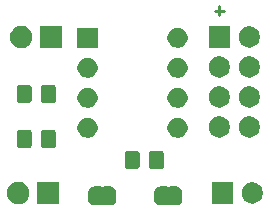
<source format=gbr>
G04 #@! TF.GenerationSoftware,KiCad,Pcbnew,(5.1.5)-3*
G04 #@! TF.CreationDate,2023-02-14T15:50:31-08:00*
G04 #@! TF.ProjectId,LED_Strobe,4c45445f-5374-4726-9f62-652e6b696361,rev?*
G04 #@! TF.SameCoordinates,Original*
G04 #@! TF.FileFunction,Soldermask,Top*
G04 #@! TF.FilePolarity,Negative*
%FSLAX46Y46*%
G04 Gerber Fmt 4.6, Leading zero omitted, Abs format (unit mm)*
G04 Created by KiCad (PCBNEW (5.1.5)-3) date 2023-02-14 15:50:31*
%MOMM*%
%LPD*%
G04 APERTURE LIST*
%ADD10C,0.254000*%
%ADD11C,0.100000*%
G04 APERTURE END LIST*
D10*
X121786952Y-88718571D02*
X122561047Y-88718571D01*
X122174000Y-89105619D02*
X122174000Y-88331523D01*
D11*
G36*
X117715999Y-103593737D02*
G01*
X117725608Y-103596652D01*
X117734472Y-103601390D01*
X117742237Y-103607763D01*
X117752448Y-103620206D01*
X117759378Y-103630575D01*
X117776705Y-103647902D01*
X117797080Y-103661515D01*
X117819720Y-103670891D01*
X117843753Y-103675671D01*
X117868257Y-103675670D01*
X117892290Y-103670888D01*
X117914929Y-103661510D01*
X117935302Y-103647895D01*
X117952629Y-103630568D01*
X117959558Y-103620198D01*
X117969763Y-103607763D01*
X117977528Y-103601390D01*
X117986392Y-103596652D01*
X117996001Y-103593737D01*
X118012140Y-103592148D01*
X118499861Y-103592148D01*
X118518199Y-103593954D01*
X118530450Y-103594556D01*
X118548869Y-103594556D01*
X118571149Y-103596750D01*
X118655233Y-103613476D01*
X118676660Y-103619976D01*
X118755858Y-103652780D01*
X118761303Y-103655691D01*
X118761309Y-103655693D01*
X118770169Y-103660429D01*
X118770173Y-103660432D01*
X118775614Y-103663340D01*
X118846899Y-103710971D01*
X118864204Y-103725172D01*
X118924828Y-103785796D01*
X118939029Y-103803101D01*
X118986660Y-103874386D01*
X118989568Y-103879827D01*
X118989571Y-103879831D01*
X118994307Y-103888691D01*
X118994309Y-103888697D01*
X118997220Y-103894142D01*
X119030024Y-103973340D01*
X119036524Y-103994767D01*
X119053250Y-104078851D01*
X119055444Y-104101131D01*
X119055444Y-104119550D01*
X119056046Y-104131801D01*
X119057852Y-104150139D01*
X119057852Y-104637862D01*
X119056046Y-104656199D01*
X119055444Y-104668450D01*
X119055444Y-104686869D01*
X119053250Y-104709149D01*
X119036524Y-104793233D01*
X119030024Y-104814660D01*
X118997220Y-104893858D01*
X118994309Y-104899303D01*
X118994307Y-104899309D01*
X118989571Y-104908169D01*
X118989568Y-104908173D01*
X118986660Y-104913614D01*
X118939029Y-104984899D01*
X118924828Y-105002204D01*
X118864204Y-105062828D01*
X118846899Y-105077029D01*
X118775614Y-105124660D01*
X118770173Y-105127568D01*
X118770169Y-105127571D01*
X118761309Y-105132307D01*
X118761303Y-105132309D01*
X118755858Y-105135220D01*
X118676660Y-105168024D01*
X118655233Y-105174524D01*
X118571149Y-105191250D01*
X118548869Y-105193444D01*
X118530450Y-105193444D01*
X118518199Y-105194046D01*
X118499862Y-105195852D01*
X118012140Y-105195852D01*
X117996001Y-105194263D01*
X117986392Y-105191348D01*
X117977528Y-105186610D01*
X117969763Y-105180237D01*
X117959552Y-105167794D01*
X117952622Y-105157425D01*
X117935295Y-105140098D01*
X117914920Y-105126485D01*
X117892280Y-105117109D01*
X117868247Y-105112329D01*
X117843743Y-105112330D01*
X117819710Y-105117112D01*
X117797071Y-105126490D01*
X117776698Y-105140105D01*
X117759371Y-105157432D01*
X117752442Y-105167802D01*
X117742237Y-105180237D01*
X117734472Y-105186610D01*
X117725608Y-105191348D01*
X117715999Y-105194263D01*
X117699860Y-105195852D01*
X117212138Y-105195852D01*
X117193801Y-105194046D01*
X117181550Y-105193444D01*
X117163131Y-105193444D01*
X117140851Y-105191250D01*
X117056767Y-105174524D01*
X117035340Y-105168024D01*
X116956142Y-105135220D01*
X116950697Y-105132309D01*
X116950691Y-105132307D01*
X116941831Y-105127571D01*
X116941827Y-105127568D01*
X116936386Y-105124660D01*
X116865101Y-105077029D01*
X116847796Y-105062828D01*
X116787172Y-105002204D01*
X116772971Y-104984899D01*
X116725340Y-104913614D01*
X116722432Y-104908173D01*
X116722429Y-104908169D01*
X116717693Y-104899309D01*
X116717691Y-104899303D01*
X116714780Y-104893858D01*
X116681976Y-104814660D01*
X116675476Y-104793233D01*
X116658750Y-104709149D01*
X116656556Y-104686869D01*
X116656556Y-104668450D01*
X116655954Y-104656199D01*
X116654148Y-104637862D01*
X116654148Y-104150139D01*
X116655954Y-104131801D01*
X116656556Y-104119550D01*
X116656556Y-104101131D01*
X116658750Y-104078851D01*
X116675476Y-103994767D01*
X116681976Y-103973340D01*
X116714780Y-103894142D01*
X116717691Y-103888697D01*
X116717693Y-103888691D01*
X116722429Y-103879831D01*
X116722432Y-103879827D01*
X116725340Y-103874386D01*
X116772971Y-103803101D01*
X116787172Y-103785796D01*
X116847796Y-103725172D01*
X116865101Y-103710971D01*
X116936386Y-103663340D01*
X116941827Y-103660432D01*
X116941831Y-103660429D01*
X116950691Y-103655693D01*
X116950697Y-103655691D01*
X116956142Y-103652780D01*
X117035340Y-103619976D01*
X117056767Y-103613476D01*
X117140851Y-103596750D01*
X117163131Y-103594556D01*
X117181550Y-103594556D01*
X117193801Y-103593954D01*
X117212139Y-103592148D01*
X117699860Y-103592148D01*
X117715999Y-103593737D01*
G37*
G36*
X112127999Y-103593737D02*
G01*
X112137608Y-103596652D01*
X112146472Y-103601390D01*
X112154237Y-103607763D01*
X112164448Y-103620206D01*
X112171378Y-103630575D01*
X112188705Y-103647902D01*
X112209080Y-103661515D01*
X112231720Y-103670891D01*
X112255753Y-103675671D01*
X112280257Y-103675670D01*
X112304290Y-103670888D01*
X112326929Y-103661510D01*
X112347302Y-103647895D01*
X112364629Y-103630568D01*
X112371558Y-103620198D01*
X112381763Y-103607763D01*
X112389528Y-103601390D01*
X112398392Y-103596652D01*
X112408001Y-103593737D01*
X112424140Y-103592148D01*
X112911861Y-103592148D01*
X112930199Y-103593954D01*
X112942450Y-103594556D01*
X112960869Y-103594556D01*
X112983149Y-103596750D01*
X113067233Y-103613476D01*
X113088660Y-103619976D01*
X113167858Y-103652780D01*
X113173303Y-103655691D01*
X113173309Y-103655693D01*
X113182169Y-103660429D01*
X113182173Y-103660432D01*
X113187614Y-103663340D01*
X113258899Y-103710971D01*
X113276204Y-103725172D01*
X113336828Y-103785796D01*
X113351029Y-103803101D01*
X113398660Y-103874386D01*
X113401568Y-103879827D01*
X113401571Y-103879831D01*
X113406307Y-103888691D01*
X113406309Y-103888697D01*
X113409220Y-103894142D01*
X113442024Y-103973340D01*
X113448524Y-103994767D01*
X113465250Y-104078851D01*
X113467444Y-104101131D01*
X113467444Y-104119550D01*
X113468046Y-104131801D01*
X113469852Y-104150139D01*
X113469852Y-104637862D01*
X113468046Y-104656199D01*
X113467444Y-104668450D01*
X113467444Y-104686869D01*
X113465250Y-104709149D01*
X113448524Y-104793233D01*
X113442024Y-104814660D01*
X113409220Y-104893858D01*
X113406309Y-104899303D01*
X113406307Y-104899309D01*
X113401571Y-104908169D01*
X113401568Y-104908173D01*
X113398660Y-104913614D01*
X113351029Y-104984899D01*
X113336828Y-105002204D01*
X113276204Y-105062828D01*
X113258899Y-105077029D01*
X113187614Y-105124660D01*
X113182173Y-105127568D01*
X113182169Y-105127571D01*
X113173309Y-105132307D01*
X113173303Y-105132309D01*
X113167858Y-105135220D01*
X113088660Y-105168024D01*
X113067233Y-105174524D01*
X112983149Y-105191250D01*
X112960869Y-105193444D01*
X112942450Y-105193444D01*
X112930199Y-105194046D01*
X112911862Y-105195852D01*
X112424140Y-105195852D01*
X112408001Y-105194263D01*
X112398392Y-105191348D01*
X112389528Y-105186610D01*
X112381763Y-105180237D01*
X112371552Y-105167794D01*
X112364622Y-105157425D01*
X112347295Y-105140098D01*
X112326920Y-105126485D01*
X112304280Y-105117109D01*
X112280247Y-105112329D01*
X112255743Y-105112330D01*
X112231710Y-105117112D01*
X112209071Y-105126490D01*
X112188698Y-105140105D01*
X112171371Y-105157432D01*
X112164442Y-105167802D01*
X112154237Y-105180237D01*
X112146472Y-105186610D01*
X112137608Y-105191348D01*
X112127999Y-105194263D01*
X112111860Y-105195852D01*
X111624138Y-105195852D01*
X111605801Y-105194046D01*
X111593550Y-105193444D01*
X111575131Y-105193444D01*
X111552851Y-105191250D01*
X111468767Y-105174524D01*
X111447340Y-105168024D01*
X111368142Y-105135220D01*
X111362697Y-105132309D01*
X111362691Y-105132307D01*
X111353831Y-105127571D01*
X111353827Y-105127568D01*
X111348386Y-105124660D01*
X111277101Y-105077029D01*
X111259796Y-105062828D01*
X111199172Y-105002204D01*
X111184971Y-104984899D01*
X111137340Y-104913614D01*
X111134432Y-104908173D01*
X111134429Y-104908169D01*
X111129693Y-104899309D01*
X111129691Y-104899303D01*
X111126780Y-104893858D01*
X111093976Y-104814660D01*
X111087476Y-104793233D01*
X111070750Y-104709149D01*
X111068556Y-104686869D01*
X111068556Y-104668450D01*
X111067954Y-104656199D01*
X111066148Y-104637862D01*
X111066148Y-104150139D01*
X111067954Y-104131801D01*
X111068556Y-104119550D01*
X111068556Y-104101131D01*
X111070750Y-104078851D01*
X111087476Y-103994767D01*
X111093976Y-103973340D01*
X111126780Y-103894142D01*
X111129691Y-103888697D01*
X111129693Y-103888691D01*
X111134429Y-103879831D01*
X111134432Y-103879827D01*
X111137340Y-103874386D01*
X111184971Y-103803101D01*
X111199172Y-103785796D01*
X111259796Y-103725172D01*
X111277101Y-103710971D01*
X111348386Y-103663340D01*
X111353827Y-103660432D01*
X111353831Y-103660429D01*
X111362691Y-103655693D01*
X111362697Y-103655691D01*
X111368142Y-103652780D01*
X111447340Y-103619976D01*
X111468767Y-103613476D01*
X111552851Y-103596750D01*
X111575131Y-103594556D01*
X111593550Y-103594556D01*
X111605801Y-103593954D01*
X111624139Y-103592148D01*
X112111860Y-103592148D01*
X112127999Y-103593737D01*
G37*
G36*
X105433395Y-103225546D02*
G01*
X105606466Y-103297234D01*
X105606467Y-103297235D01*
X105762227Y-103401310D01*
X105894690Y-103533773D01*
X105936770Y-103596750D01*
X105998766Y-103689534D01*
X106070454Y-103862605D01*
X106107000Y-104046333D01*
X106107000Y-104233667D01*
X106070454Y-104417395D01*
X105998766Y-104590466D01*
X105953181Y-104658689D01*
X105894690Y-104746227D01*
X105762227Y-104878690D01*
X105739526Y-104893858D01*
X105606466Y-104982766D01*
X105433395Y-105054454D01*
X105249667Y-105091000D01*
X105062333Y-105091000D01*
X104878605Y-105054454D01*
X104705534Y-104982766D01*
X104572474Y-104893858D01*
X104549773Y-104878690D01*
X104417310Y-104746227D01*
X104358819Y-104658689D01*
X104313234Y-104590466D01*
X104241546Y-104417395D01*
X104205000Y-104233667D01*
X104205000Y-104046333D01*
X104241546Y-103862605D01*
X104313234Y-103689534D01*
X104375230Y-103596750D01*
X104417310Y-103533773D01*
X104549773Y-103401310D01*
X104705533Y-103297235D01*
X104705534Y-103297234D01*
X104878605Y-103225546D01*
X105062333Y-103189000D01*
X105249667Y-103189000D01*
X105433395Y-103225546D01*
G37*
G36*
X108647000Y-105091000D02*
G01*
X106745000Y-105091000D01*
X106745000Y-103189000D01*
X108647000Y-103189000D01*
X108647000Y-105091000D01*
G37*
G36*
X125081512Y-103243927D02*
G01*
X125230812Y-103273624D01*
X125394784Y-103341544D01*
X125542354Y-103440147D01*
X125667853Y-103565646D01*
X125766456Y-103713216D01*
X125834376Y-103877188D01*
X125869000Y-104051259D01*
X125869000Y-104228741D01*
X125834376Y-104402812D01*
X125766456Y-104566784D01*
X125667853Y-104714354D01*
X125542354Y-104839853D01*
X125394784Y-104938456D01*
X125230812Y-105006376D01*
X125081512Y-105036073D01*
X125056742Y-105041000D01*
X124879258Y-105041000D01*
X124854488Y-105036073D01*
X124705188Y-105006376D01*
X124541216Y-104938456D01*
X124393646Y-104839853D01*
X124268147Y-104714354D01*
X124169544Y-104566784D01*
X124101624Y-104402812D01*
X124067000Y-104228741D01*
X124067000Y-104051259D01*
X124101624Y-103877188D01*
X124169544Y-103713216D01*
X124268147Y-103565646D01*
X124393646Y-103440147D01*
X124541216Y-103341544D01*
X124705188Y-103273624D01*
X124854488Y-103243927D01*
X124879258Y-103239000D01*
X125056742Y-103239000D01*
X125081512Y-103243927D01*
G37*
G36*
X123329000Y-105041000D02*
G01*
X121527000Y-105041000D01*
X121527000Y-103239000D01*
X123329000Y-103239000D01*
X123329000Y-105041000D01*
G37*
G36*
X115262674Y-100599465D02*
G01*
X115300367Y-100610899D01*
X115335103Y-100629466D01*
X115365548Y-100654452D01*
X115390534Y-100684897D01*
X115409101Y-100719633D01*
X115420535Y-100757326D01*
X115425000Y-100802661D01*
X115425000Y-101889339D01*
X115420535Y-101934674D01*
X115409101Y-101972367D01*
X115390534Y-102007103D01*
X115365548Y-102037548D01*
X115335103Y-102062534D01*
X115300367Y-102081101D01*
X115262674Y-102092535D01*
X115217339Y-102097000D01*
X114380661Y-102097000D01*
X114335326Y-102092535D01*
X114297633Y-102081101D01*
X114262897Y-102062534D01*
X114232452Y-102037548D01*
X114207466Y-102007103D01*
X114188899Y-101972367D01*
X114177465Y-101934674D01*
X114173000Y-101889339D01*
X114173000Y-100802661D01*
X114177465Y-100757326D01*
X114188899Y-100719633D01*
X114207466Y-100684897D01*
X114232452Y-100654452D01*
X114262897Y-100629466D01*
X114297633Y-100610899D01*
X114335326Y-100599465D01*
X114380661Y-100595000D01*
X115217339Y-100595000D01*
X115262674Y-100599465D01*
G37*
G36*
X117312674Y-100599465D02*
G01*
X117350367Y-100610899D01*
X117385103Y-100629466D01*
X117415548Y-100654452D01*
X117440534Y-100684897D01*
X117459101Y-100719633D01*
X117470535Y-100757326D01*
X117475000Y-100802661D01*
X117475000Y-101889339D01*
X117470535Y-101934674D01*
X117459101Y-101972367D01*
X117440534Y-102007103D01*
X117415548Y-102037548D01*
X117385103Y-102062534D01*
X117350367Y-102081101D01*
X117312674Y-102092535D01*
X117267339Y-102097000D01*
X116430661Y-102097000D01*
X116385326Y-102092535D01*
X116347633Y-102081101D01*
X116312897Y-102062534D01*
X116282452Y-102037548D01*
X116257466Y-102007103D01*
X116238899Y-101972367D01*
X116227465Y-101934674D01*
X116223000Y-101889339D01*
X116223000Y-100802661D01*
X116227465Y-100757326D01*
X116238899Y-100719633D01*
X116257466Y-100684897D01*
X116282452Y-100654452D01*
X116312897Y-100629466D01*
X116347633Y-100610899D01*
X116385326Y-100599465D01*
X116430661Y-100595000D01*
X117267339Y-100595000D01*
X117312674Y-100599465D01*
G37*
G36*
X108177674Y-98821465D02*
G01*
X108215367Y-98832899D01*
X108250103Y-98851466D01*
X108280548Y-98876452D01*
X108305534Y-98906897D01*
X108324101Y-98941633D01*
X108335535Y-98979326D01*
X108340000Y-99024661D01*
X108340000Y-100111339D01*
X108335535Y-100156674D01*
X108324101Y-100194367D01*
X108305534Y-100229103D01*
X108280548Y-100259548D01*
X108250103Y-100284534D01*
X108215367Y-100303101D01*
X108177674Y-100314535D01*
X108132339Y-100319000D01*
X107295661Y-100319000D01*
X107250326Y-100314535D01*
X107212633Y-100303101D01*
X107177897Y-100284534D01*
X107147452Y-100259548D01*
X107122466Y-100229103D01*
X107103899Y-100194367D01*
X107092465Y-100156674D01*
X107088000Y-100111339D01*
X107088000Y-99024661D01*
X107092465Y-98979326D01*
X107103899Y-98941633D01*
X107122466Y-98906897D01*
X107147452Y-98876452D01*
X107177897Y-98851466D01*
X107212633Y-98832899D01*
X107250326Y-98821465D01*
X107295661Y-98817000D01*
X108132339Y-98817000D01*
X108177674Y-98821465D01*
G37*
G36*
X106127674Y-98821465D02*
G01*
X106165367Y-98832899D01*
X106200103Y-98851466D01*
X106230548Y-98876452D01*
X106255534Y-98906897D01*
X106274101Y-98941633D01*
X106285535Y-98979326D01*
X106290000Y-99024661D01*
X106290000Y-100111339D01*
X106285535Y-100156674D01*
X106274101Y-100194367D01*
X106255534Y-100229103D01*
X106230548Y-100259548D01*
X106200103Y-100284534D01*
X106165367Y-100303101D01*
X106127674Y-100314535D01*
X106082339Y-100319000D01*
X105245661Y-100319000D01*
X105200326Y-100314535D01*
X105162633Y-100303101D01*
X105127897Y-100284534D01*
X105097452Y-100259548D01*
X105072466Y-100229103D01*
X105053899Y-100194367D01*
X105042465Y-100156674D01*
X105038000Y-100111339D01*
X105038000Y-99024661D01*
X105042465Y-98979326D01*
X105053899Y-98941633D01*
X105072466Y-98906897D01*
X105097452Y-98876452D01*
X105127897Y-98851466D01*
X105162633Y-98832899D01*
X105200326Y-98821465D01*
X105245661Y-98817000D01*
X106082339Y-98817000D01*
X106127674Y-98821465D01*
G37*
G36*
X111268228Y-97795703D02*
G01*
X111423100Y-97859853D01*
X111562481Y-97952985D01*
X111681015Y-98071519D01*
X111774147Y-98210900D01*
X111838297Y-98365772D01*
X111871000Y-98530184D01*
X111871000Y-98697816D01*
X111838297Y-98862228D01*
X111774147Y-99017100D01*
X111681015Y-99156481D01*
X111562481Y-99275015D01*
X111423100Y-99368147D01*
X111268228Y-99432297D01*
X111103816Y-99465000D01*
X110936184Y-99465000D01*
X110771772Y-99432297D01*
X110616900Y-99368147D01*
X110477519Y-99275015D01*
X110358985Y-99156481D01*
X110265853Y-99017100D01*
X110201703Y-98862228D01*
X110169000Y-98697816D01*
X110169000Y-98530184D01*
X110201703Y-98365772D01*
X110265853Y-98210900D01*
X110358985Y-98071519D01*
X110477519Y-97952985D01*
X110616900Y-97859853D01*
X110771772Y-97795703D01*
X110936184Y-97763000D01*
X111103816Y-97763000D01*
X111268228Y-97795703D01*
G37*
G36*
X118888228Y-97795703D02*
G01*
X119043100Y-97859853D01*
X119182481Y-97952985D01*
X119301015Y-98071519D01*
X119394147Y-98210900D01*
X119458297Y-98365772D01*
X119491000Y-98530184D01*
X119491000Y-98697816D01*
X119458297Y-98862228D01*
X119394147Y-99017100D01*
X119301015Y-99156481D01*
X119182481Y-99275015D01*
X119043100Y-99368147D01*
X118888228Y-99432297D01*
X118723816Y-99465000D01*
X118556184Y-99465000D01*
X118391772Y-99432297D01*
X118236900Y-99368147D01*
X118097519Y-99275015D01*
X117978985Y-99156481D01*
X117885853Y-99017100D01*
X117821703Y-98862228D01*
X117789000Y-98697816D01*
X117789000Y-98530184D01*
X117821703Y-98365772D01*
X117885853Y-98210900D01*
X117978985Y-98071519D01*
X118097519Y-97952985D01*
X118236900Y-97859853D01*
X118391772Y-97795703D01*
X118556184Y-97763000D01*
X118723816Y-97763000D01*
X118888228Y-97795703D01*
G37*
G36*
X122287512Y-97655927D02*
G01*
X122436812Y-97685624D01*
X122600784Y-97753544D01*
X122748354Y-97852147D01*
X122873853Y-97977646D01*
X122972456Y-98125216D01*
X123040376Y-98289188D01*
X123075000Y-98463259D01*
X123075000Y-98640741D01*
X123040376Y-98814812D01*
X122972456Y-98978784D01*
X122873853Y-99126354D01*
X122748354Y-99251853D01*
X122600784Y-99350456D01*
X122436812Y-99418376D01*
X122287512Y-99448073D01*
X122262742Y-99453000D01*
X122085258Y-99453000D01*
X122060488Y-99448073D01*
X121911188Y-99418376D01*
X121747216Y-99350456D01*
X121599646Y-99251853D01*
X121474147Y-99126354D01*
X121375544Y-98978784D01*
X121307624Y-98814812D01*
X121273000Y-98640741D01*
X121273000Y-98463259D01*
X121307624Y-98289188D01*
X121375544Y-98125216D01*
X121474147Y-97977646D01*
X121599646Y-97852147D01*
X121747216Y-97753544D01*
X121911188Y-97685624D01*
X122060488Y-97655927D01*
X122085258Y-97651000D01*
X122262742Y-97651000D01*
X122287512Y-97655927D01*
G37*
G36*
X124827512Y-97655927D02*
G01*
X124976812Y-97685624D01*
X125140784Y-97753544D01*
X125288354Y-97852147D01*
X125413853Y-97977646D01*
X125512456Y-98125216D01*
X125580376Y-98289188D01*
X125615000Y-98463259D01*
X125615000Y-98640741D01*
X125580376Y-98814812D01*
X125512456Y-98978784D01*
X125413853Y-99126354D01*
X125288354Y-99251853D01*
X125140784Y-99350456D01*
X124976812Y-99418376D01*
X124827512Y-99448073D01*
X124802742Y-99453000D01*
X124625258Y-99453000D01*
X124600488Y-99448073D01*
X124451188Y-99418376D01*
X124287216Y-99350456D01*
X124139646Y-99251853D01*
X124014147Y-99126354D01*
X123915544Y-98978784D01*
X123847624Y-98814812D01*
X123813000Y-98640741D01*
X123813000Y-98463259D01*
X123847624Y-98289188D01*
X123915544Y-98125216D01*
X124014147Y-97977646D01*
X124139646Y-97852147D01*
X124287216Y-97753544D01*
X124451188Y-97685624D01*
X124600488Y-97655927D01*
X124625258Y-97651000D01*
X124802742Y-97651000D01*
X124827512Y-97655927D01*
G37*
G36*
X111268228Y-95255703D02*
G01*
X111423100Y-95319853D01*
X111562481Y-95412985D01*
X111681015Y-95531519D01*
X111774147Y-95670900D01*
X111838297Y-95825772D01*
X111871000Y-95990184D01*
X111871000Y-96157816D01*
X111838297Y-96322228D01*
X111774147Y-96477100D01*
X111681015Y-96616481D01*
X111562481Y-96735015D01*
X111423100Y-96828147D01*
X111268228Y-96892297D01*
X111103816Y-96925000D01*
X110936184Y-96925000D01*
X110771772Y-96892297D01*
X110616900Y-96828147D01*
X110477519Y-96735015D01*
X110358985Y-96616481D01*
X110265853Y-96477100D01*
X110201703Y-96322228D01*
X110169000Y-96157816D01*
X110169000Y-95990184D01*
X110201703Y-95825772D01*
X110265853Y-95670900D01*
X110358985Y-95531519D01*
X110477519Y-95412985D01*
X110616900Y-95319853D01*
X110771772Y-95255703D01*
X110936184Y-95223000D01*
X111103816Y-95223000D01*
X111268228Y-95255703D01*
G37*
G36*
X118888228Y-95255703D02*
G01*
X119043100Y-95319853D01*
X119182481Y-95412985D01*
X119301015Y-95531519D01*
X119394147Y-95670900D01*
X119458297Y-95825772D01*
X119491000Y-95990184D01*
X119491000Y-96157816D01*
X119458297Y-96322228D01*
X119394147Y-96477100D01*
X119301015Y-96616481D01*
X119182481Y-96735015D01*
X119043100Y-96828147D01*
X118888228Y-96892297D01*
X118723816Y-96925000D01*
X118556184Y-96925000D01*
X118391772Y-96892297D01*
X118236900Y-96828147D01*
X118097519Y-96735015D01*
X117978985Y-96616481D01*
X117885853Y-96477100D01*
X117821703Y-96322228D01*
X117789000Y-96157816D01*
X117789000Y-95990184D01*
X117821703Y-95825772D01*
X117885853Y-95670900D01*
X117978985Y-95531519D01*
X118097519Y-95412985D01*
X118236900Y-95319853D01*
X118391772Y-95255703D01*
X118556184Y-95223000D01*
X118723816Y-95223000D01*
X118888228Y-95255703D01*
G37*
G36*
X124827512Y-95115927D02*
G01*
X124976812Y-95145624D01*
X125140784Y-95213544D01*
X125288354Y-95312147D01*
X125413853Y-95437646D01*
X125512456Y-95585216D01*
X125580376Y-95749188D01*
X125615000Y-95923259D01*
X125615000Y-96100741D01*
X125580376Y-96274812D01*
X125512456Y-96438784D01*
X125413853Y-96586354D01*
X125288354Y-96711853D01*
X125140784Y-96810456D01*
X124976812Y-96878376D01*
X124827512Y-96908073D01*
X124802742Y-96913000D01*
X124625258Y-96913000D01*
X124600488Y-96908073D01*
X124451188Y-96878376D01*
X124287216Y-96810456D01*
X124139646Y-96711853D01*
X124014147Y-96586354D01*
X123915544Y-96438784D01*
X123847624Y-96274812D01*
X123813000Y-96100741D01*
X123813000Y-95923259D01*
X123847624Y-95749188D01*
X123915544Y-95585216D01*
X124014147Y-95437646D01*
X124139646Y-95312147D01*
X124287216Y-95213544D01*
X124451188Y-95145624D01*
X124600488Y-95115927D01*
X124625258Y-95111000D01*
X124802742Y-95111000D01*
X124827512Y-95115927D01*
G37*
G36*
X122287512Y-95115927D02*
G01*
X122436812Y-95145624D01*
X122600784Y-95213544D01*
X122748354Y-95312147D01*
X122873853Y-95437646D01*
X122972456Y-95585216D01*
X123040376Y-95749188D01*
X123075000Y-95923259D01*
X123075000Y-96100741D01*
X123040376Y-96274812D01*
X122972456Y-96438784D01*
X122873853Y-96586354D01*
X122748354Y-96711853D01*
X122600784Y-96810456D01*
X122436812Y-96878376D01*
X122287512Y-96908073D01*
X122262742Y-96913000D01*
X122085258Y-96913000D01*
X122060488Y-96908073D01*
X121911188Y-96878376D01*
X121747216Y-96810456D01*
X121599646Y-96711853D01*
X121474147Y-96586354D01*
X121375544Y-96438784D01*
X121307624Y-96274812D01*
X121273000Y-96100741D01*
X121273000Y-95923259D01*
X121307624Y-95749188D01*
X121375544Y-95585216D01*
X121474147Y-95437646D01*
X121599646Y-95312147D01*
X121747216Y-95213544D01*
X121911188Y-95145624D01*
X122060488Y-95115927D01*
X122085258Y-95111000D01*
X122262742Y-95111000D01*
X122287512Y-95115927D01*
G37*
G36*
X108168674Y-95011465D02*
G01*
X108206367Y-95022899D01*
X108241103Y-95041466D01*
X108271548Y-95066452D01*
X108296534Y-95096897D01*
X108315101Y-95131633D01*
X108326535Y-95169326D01*
X108331000Y-95214661D01*
X108331000Y-96301339D01*
X108326535Y-96346674D01*
X108315101Y-96384367D01*
X108296534Y-96419103D01*
X108271548Y-96449548D01*
X108241103Y-96474534D01*
X108206367Y-96493101D01*
X108168674Y-96504535D01*
X108123339Y-96509000D01*
X107286661Y-96509000D01*
X107241326Y-96504535D01*
X107203633Y-96493101D01*
X107168897Y-96474534D01*
X107138452Y-96449548D01*
X107113466Y-96419103D01*
X107094899Y-96384367D01*
X107083465Y-96346674D01*
X107079000Y-96301339D01*
X107079000Y-95214661D01*
X107083465Y-95169326D01*
X107094899Y-95131633D01*
X107113466Y-95096897D01*
X107138452Y-95066452D01*
X107168897Y-95041466D01*
X107203633Y-95022899D01*
X107241326Y-95011465D01*
X107286661Y-95007000D01*
X108123339Y-95007000D01*
X108168674Y-95011465D01*
G37*
G36*
X106118674Y-95011465D02*
G01*
X106156367Y-95022899D01*
X106191103Y-95041466D01*
X106221548Y-95066452D01*
X106246534Y-95096897D01*
X106265101Y-95131633D01*
X106276535Y-95169326D01*
X106281000Y-95214661D01*
X106281000Y-96301339D01*
X106276535Y-96346674D01*
X106265101Y-96384367D01*
X106246534Y-96419103D01*
X106221548Y-96449548D01*
X106191103Y-96474534D01*
X106156367Y-96493101D01*
X106118674Y-96504535D01*
X106073339Y-96509000D01*
X105236661Y-96509000D01*
X105191326Y-96504535D01*
X105153633Y-96493101D01*
X105118897Y-96474534D01*
X105088452Y-96449548D01*
X105063466Y-96419103D01*
X105044899Y-96384367D01*
X105033465Y-96346674D01*
X105029000Y-96301339D01*
X105029000Y-95214661D01*
X105033465Y-95169326D01*
X105044899Y-95131633D01*
X105063466Y-95096897D01*
X105088452Y-95066452D01*
X105118897Y-95041466D01*
X105153633Y-95022899D01*
X105191326Y-95011465D01*
X105236661Y-95007000D01*
X106073339Y-95007000D01*
X106118674Y-95011465D01*
G37*
G36*
X111268228Y-92715703D02*
G01*
X111423100Y-92779853D01*
X111562481Y-92872985D01*
X111681015Y-92991519D01*
X111774147Y-93130900D01*
X111838297Y-93285772D01*
X111871000Y-93450184D01*
X111871000Y-93617816D01*
X111838297Y-93782228D01*
X111774147Y-93937100D01*
X111681015Y-94076481D01*
X111562481Y-94195015D01*
X111423100Y-94288147D01*
X111268228Y-94352297D01*
X111103816Y-94385000D01*
X110936184Y-94385000D01*
X110771772Y-94352297D01*
X110616900Y-94288147D01*
X110477519Y-94195015D01*
X110358985Y-94076481D01*
X110265853Y-93937100D01*
X110201703Y-93782228D01*
X110169000Y-93617816D01*
X110169000Y-93450184D01*
X110201703Y-93285772D01*
X110265853Y-93130900D01*
X110358985Y-92991519D01*
X110477519Y-92872985D01*
X110616900Y-92779853D01*
X110771772Y-92715703D01*
X110936184Y-92683000D01*
X111103816Y-92683000D01*
X111268228Y-92715703D01*
G37*
G36*
X118888228Y-92715703D02*
G01*
X119043100Y-92779853D01*
X119182481Y-92872985D01*
X119301015Y-92991519D01*
X119394147Y-93130900D01*
X119458297Y-93285772D01*
X119491000Y-93450184D01*
X119491000Y-93617816D01*
X119458297Y-93782228D01*
X119394147Y-93937100D01*
X119301015Y-94076481D01*
X119182481Y-94195015D01*
X119043100Y-94288147D01*
X118888228Y-94352297D01*
X118723816Y-94385000D01*
X118556184Y-94385000D01*
X118391772Y-94352297D01*
X118236900Y-94288147D01*
X118097519Y-94195015D01*
X117978985Y-94076481D01*
X117885853Y-93937100D01*
X117821703Y-93782228D01*
X117789000Y-93617816D01*
X117789000Y-93450184D01*
X117821703Y-93285772D01*
X117885853Y-93130900D01*
X117978985Y-92991519D01*
X118097519Y-92872985D01*
X118236900Y-92779853D01*
X118391772Y-92715703D01*
X118556184Y-92683000D01*
X118723816Y-92683000D01*
X118888228Y-92715703D01*
G37*
G36*
X124827512Y-92575927D02*
G01*
X124976812Y-92605624D01*
X125140784Y-92673544D01*
X125288354Y-92772147D01*
X125413853Y-92897646D01*
X125512456Y-93045216D01*
X125580376Y-93209188D01*
X125615000Y-93383259D01*
X125615000Y-93560741D01*
X125580376Y-93734812D01*
X125512456Y-93898784D01*
X125413853Y-94046354D01*
X125288354Y-94171853D01*
X125140784Y-94270456D01*
X124976812Y-94338376D01*
X124827512Y-94368073D01*
X124802742Y-94373000D01*
X124625258Y-94373000D01*
X124600488Y-94368073D01*
X124451188Y-94338376D01*
X124287216Y-94270456D01*
X124139646Y-94171853D01*
X124014147Y-94046354D01*
X123915544Y-93898784D01*
X123847624Y-93734812D01*
X123813000Y-93560741D01*
X123813000Y-93383259D01*
X123847624Y-93209188D01*
X123915544Y-93045216D01*
X124014147Y-92897646D01*
X124139646Y-92772147D01*
X124287216Y-92673544D01*
X124451188Y-92605624D01*
X124600488Y-92575927D01*
X124625258Y-92571000D01*
X124802742Y-92571000D01*
X124827512Y-92575927D01*
G37*
G36*
X122287512Y-92575927D02*
G01*
X122436812Y-92605624D01*
X122600784Y-92673544D01*
X122748354Y-92772147D01*
X122873853Y-92897646D01*
X122972456Y-93045216D01*
X123040376Y-93209188D01*
X123075000Y-93383259D01*
X123075000Y-93560741D01*
X123040376Y-93734812D01*
X122972456Y-93898784D01*
X122873853Y-94046354D01*
X122748354Y-94171853D01*
X122600784Y-94270456D01*
X122436812Y-94338376D01*
X122287512Y-94368073D01*
X122262742Y-94373000D01*
X122085258Y-94373000D01*
X122060488Y-94368073D01*
X121911188Y-94338376D01*
X121747216Y-94270456D01*
X121599646Y-94171853D01*
X121474147Y-94046354D01*
X121375544Y-93898784D01*
X121307624Y-93734812D01*
X121273000Y-93560741D01*
X121273000Y-93383259D01*
X121307624Y-93209188D01*
X121375544Y-93045216D01*
X121474147Y-92897646D01*
X121599646Y-92772147D01*
X121747216Y-92673544D01*
X121911188Y-92605624D01*
X122060488Y-92575927D01*
X122085258Y-92571000D01*
X122262742Y-92571000D01*
X122287512Y-92575927D01*
G37*
G36*
X105687395Y-90017546D02*
G01*
X105860466Y-90089234D01*
X105860467Y-90089235D01*
X106016227Y-90193310D01*
X106148690Y-90325773D01*
X106148691Y-90325775D01*
X106252766Y-90481534D01*
X106324454Y-90654605D01*
X106361000Y-90838333D01*
X106361000Y-91025667D01*
X106324454Y-91209395D01*
X106252766Y-91382466D01*
X106252765Y-91382467D01*
X106148690Y-91538227D01*
X106016227Y-91670690D01*
X105937818Y-91723081D01*
X105860466Y-91774766D01*
X105687395Y-91846454D01*
X105503667Y-91883000D01*
X105316333Y-91883000D01*
X105132605Y-91846454D01*
X104959534Y-91774766D01*
X104882182Y-91723081D01*
X104803773Y-91670690D01*
X104671310Y-91538227D01*
X104567235Y-91382467D01*
X104567234Y-91382466D01*
X104495546Y-91209395D01*
X104459000Y-91025667D01*
X104459000Y-90838333D01*
X104495546Y-90654605D01*
X104567234Y-90481534D01*
X104671309Y-90325775D01*
X104671310Y-90325773D01*
X104803773Y-90193310D01*
X104959533Y-90089235D01*
X104959534Y-90089234D01*
X105132605Y-90017546D01*
X105316333Y-89981000D01*
X105503667Y-89981000D01*
X105687395Y-90017546D01*
G37*
G36*
X108901000Y-91883000D02*
G01*
X106999000Y-91883000D01*
X106999000Y-89981000D01*
X108901000Y-89981000D01*
X108901000Y-91883000D01*
G37*
G36*
X118888228Y-90175703D02*
G01*
X119043100Y-90239853D01*
X119182481Y-90332985D01*
X119301015Y-90451519D01*
X119394147Y-90590900D01*
X119458297Y-90745772D01*
X119491000Y-90910184D01*
X119491000Y-91077816D01*
X119458297Y-91242228D01*
X119394147Y-91397100D01*
X119301015Y-91536481D01*
X119182481Y-91655015D01*
X119043100Y-91748147D01*
X118888228Y-91812297D01*
X118723816Y-91845000D01*
X118556184Y-91845000D01*
X118391772Y-91812297D01*
X118236900Y-91748147D01*
X118097519Y-91655015D01*
X117978985Y-91536481D01*
X117885853Y-91397100D01*
X117821703Y-91242228D01*
X117789000Y-91077816D01*
X117789000Y-90910184D01*
X117821703Y-90745772D01*
X117885853Y-90590900D01*
X117978985Y-90451519D01*
X118097519Y-90332985D01*
X118236900Y-90239853D01*
X118391772Y-90175703D01*
X118556184Y-90143000D01*
X118723816Y-90143000D01*
X118888228Y-90175703D01*
G37*
G36*
X111871000Y-91845000D02*
G01*
X110169000Y-91845000D01*
X110169000Y-90143000D01*
X111871000Y-90143000D01*
X111871000Y-91845000D01*
G37*
G36*
X124827512Y-90035927D02*
G01*
X124976812Y-90065624D01*
X125140784Y-90133544D01*
X125288354Y-90232147D01*
X125413853Y-90357646D01*
X125512456Y-90505216D01*
X125580376Y-90669188D01*
X125615000Y-90843259D01*
X125615000Y-91020741D01*
X125580376Y-91194812D01*
X125512456Y-91358784D01*
X125413853Y-91506354D01*
X125288354Y-91631853D01*
X125140784Y-91730456D01*
X124976812Y-91798376D01*
X124827512Y-91828073D01*
X124802742Y-91833000D01*
X124625258Y-91833000D01*
X124600488Y-91828073D01*
X124451188Y-91798376D01*
X124287216Y-91730456D01*
X124139646Y-91631853D01*
X124014147Y-91506354D01*
X123915544Y-91358784D01*
X123847624Y-91194812D01*
X123813000Y-91020741D01*
X123813000Y-90843259D01*
X123847624Y-90669188D01*
X123915544Y-90505216D01*
X124014147Y-90357646D01*
X124139646Y-90232147D01*
X124287216Y-90133544D01*
X124451188Y-90065624D01*
X124600488Y-90035927D01*
X124625258Y-90031000D01*
X124802742Y-90031000D01*
X124827512Y-90035927D01*
G37*
G36*
X123075000Y-91833000D02*
G01*
X121273000Y-91833000D01*
X121273000Y-90031000D01*
X123075000Y-90031000D01*
X123075000Y-91833000D01*
G37*
M02*

</source>
